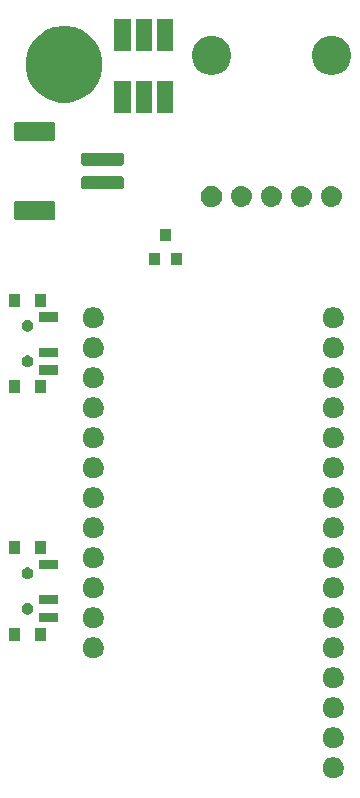
<source format=gbr>
G04 #@! TF.GenerationSoftware,KiCad,Pcbnew,(5.1.0-0)*
G04 #@! TF.CreationDate,2019-06-12T16:48:35+08:00*
G04 #@! TF.ProjectId,Palm,50616c6d-2e6b-4696-9361-645f70636258,V1.0*
G04 #@! TF.SameCoordinates,Original*
G04 #@! TF.FileFunction,Soldermask,Top*
G04 #@! TF.FilePolarity,Negative*
%FSLAX46Y46*%
G04 Gerber Fmt 4.6, Leading zero omitted, Abs format (unit mm)*
G04 Created by KiCad (PCBNEW (5.1.0-0)) date 2019-06-12 16:48:35*
%MOMM*%
%LPD*%
G04 APERTURE LIST*
%ADD10C,0.100000*%
G04 APERTURE END LIST*
D10*
G36*
X157745912Y-114407227D02*
G01*
X157895212Y-114436924D01*
X158059184Y-114504844D01*
X158206754Y-114603447D01*
X158332253Y-114728946D01*
X158430856Y-114876516D01*
X158498776Y-115040488D01*
X158533400Y-115214559D01*
X158533400Y-115392041D01*
X158498776Y-115566112D01*
X158430856Y-115730084D01*
X158332253Y-115877654D01*
X158206754Y-116003153D01*
X158059184Y-116101756D01*
X157895212Y-116169676D01*
X157745912Y-116199373D01*
X157721142Y-116204300D01*
X157543658Y-116204300D01*
X157518888Y-116199373D01*
X157369588Y-116169676D01*
X157205616Y-116101756D01*
X157058046Y-116003153D01*
X156932547Y-115877654D01*
X156833944Y-115730084D01*
X156766024Y-115566112D01*
X156731400Y-115392041D01*
X156731400Y-115214559D01*
X156766024Y-115040488D01*
X156833944Y-114876516D01*
X156932547Y-114728946D01*
X157058046Y-114603447D01*
X157205616Y-114504844D01*
X157369588Y-114436924D01*
X157518888Y-114407227D01*
X157543658Y-114402300D01*
X157721142Y-114402300D01*
X157745912Y-114407227D01*
X157745912Y-114407227D01*
G37*
G36*
X157745912Y-111867227D02*
G01*
X157895212Y-111896924D01*
X158059184Y-111964844D01*
X158206754Y-112063447D01*
X158332253Y-112188946D01*
X158430856Y-112336516D01*
X158498776Y-112500488D01*
X158533400Y-112674559D01*
X158533400Y-112852041D01*
X158498776Y-113026112D01*
X158430856Y-113190084D01*
X158332253Y-113337654D01*
X158206754Y-113463153D01*
X158059184Y-113561756D01*
X157895212Y-113629676D01*
X157745912Y-113659373D01*
X157721142Y-113664300D01*
X157543658Y-113664300D01*
X157518888Y-113659373D01*
X157369588Y-113629676D01*
X157205616Y-113561756D01*
X157058046Y-113463153D01*
X156932547Y-113337654D01*
X156833944Y-113190084D01*
X156766024Y-113026112D01*
X156731400Y-112852041D01*
X156731400Y-112674559D01*
X156766024Y-112500488D01*
X156833944Y-112336516D01*
X156932547Y-112188946D01*
X157058046Y-112063447D01*
X157205616Y-111964844D01*
X157369588Y-111896924D01*
X157518888Y-111867227D01*
X157543658Y-111862300D01*
X157721142Y-111862300D01*
X157745912Y-111867227D01*
X157745912Y-111867227D01*
G37*
G36*
X157745912Y-109327227D02*
G01*
X157895212Y-109356924D01*
X158059184Y-109424844D01*
X158206754Y-109523447D01*
X158332253Y-109648946D01*
X158430856Y-109796516D01*
X158498776Y-109960488D01*
X158533400Y-110134559D01*
X158533400Y-110312041D01*
X158498776Y-110486112D01*
X158430856Y-110650084D01*
X158332253Y-110797654D01*
X158206754Y-110923153D01*
X158059184Y-111021756D01*
X157895212Y-111089676D01*
X157745912Y-111119373D01*
X157721142Y-111124300D01*
X157543658Y-111124300D01*
X157518888Y-111119373D01*
X157369588Y-111089676D01*
X157205616Y-111021756D01*
X157058046Y-110923153D01*
X156932547Y-110797654D01*
X156833944Y-110650084D01*
X156766024Y-110486112D01*
X156731400Y-110312041D01*
X156731400Y-110134559D01*
X156766024Y-109960488D01*
X156833944Y-109796516D01*
X156932547Y-109648946D01*
X157058046Y-109523447D01*
X157205616Y-109424844D01*
X157369588Y-109356924D01*
X157518888Y-109327227D01*
X157543658Y-109322300D01*
X157721142Y-109322300D01*
X157745912Y-109327227D01*
X157745912Y-109327227D01*
G37*
G36*
X157745912Y-106787227D02*
G01*
X157895212Y-106816924D01*
X158059184Y-106884844D01*
X158206754Y-106983447D01*
X158332253Y-107108946D01*
X158430856Y-107256516D01*
X158498776Y-107420488D01*
X158533400Y-107594559D01*
X158533400Y-107772041D01*
X158498776Y-107946112D01*
X158430856Y-108110084D01*
X158332253Y-108257654D01*
X158206754Y-108383153D01*
X158059184Y-108481756D01*
X157895212Y-108549676D01*
X157745912Y-108579373D01*
X157721142Y-108584300D01*
X157543658Y-108584300D01*
X157518888Y-108579373D01*
X157369588Y-108549676D01*
X157205616Y-108481756D01*
X157058046Y-108383153D01*
X156932547Y-108257654D01*
X156833944Y-108110084D01*
X156766024Y-107946112D01*
X156731400Y-107772041D01*
X156731400Y-107594559D01*
X156766024Y-107420488D01*
X156833944Y-107256516D01*
X156932547Y-107108946D01*
X157058046Y-106983447D01*
X157205616Y-106884844D01*
X157369588Y-106816924D01*
X157518888Y-106787227D01*
X157543658Y-106782300D01*
X157721142Y-106782300D01*
X157745912Y-106787227D01*
X157745912Y-106787227D01*
G37*
G36*
X157745912Y-104247227D02*
G01*
X157895212Y-104276924D01*
X158059184Y-104344844D01*
X158206754Y-104443447D01*
X158332253Y-104568946D01*
X158430856Y-104716516D01*
X158498776Y-104880488D01*
X158533400Y-105054559D01*
X158533400Y-105232041D01*
X158498776Y-105406112D01*
X158430856Y-105570084D01*
X158332253Y-105717654D01*
X158206754Y-105843153D01*
X158059184Y-105941756D01*
X157895212Y-106009676D01*
X157745912Y-106039373D01*
X157721142Y-106044300D01*
X157543658Y-106044300D01*
X157518888Y-106039373D01*
X157369588Y-106009676D01*
X157205616Y-105941756D01*
X157058046Y-105843153D01*
X156932547Y-105717654D01*
X156833944Y-105570084D01*
X156766024Y-105406112D01*
X156731400Y-105232041D01*
X156731400Y-105054559D01*
X156766024Y-104880488D01*
X156833944Y-104716516D01*
X156932547Y-104568946D01*
X157058046Y-104443447D01*
X157205616Y-104344844D01*
X157369588Y-104276924D01*
X157518888Y-104247227D01*
X157543658Y-104242300D01*
X157721142Y-104242300D01*
X157745912Y-104247227D01*
X157745912Y-104247227D01*
G37*
G36*
X137425912Y-104247227D02*
G01*
X137575212Y-104276924D01*
X137739184Y-104344844D01*
X137886754Y-104443447D01*
X138012253Y-104568946D01*
X138110856Y-104716516D01*
X138178776Y-104880488D01*
X138213400Y-105054559D01*
X138213400Y-105232041D01*
X138178776Y-105406112D01*
X138110856Y-105570084D01*
X138012253Y-105717654D01*
X137886754Y-105843153D01*
X137739184Y-105941756D01*
X137575212Y-106009676D01*
X137425912Y-106039373D01*
X137401142Y-106044300D01*
X137223658Y-106044300D01*
X137198888Y-106039373D01*
X137049588Y-106009676D01*
X136885616Y-105941756D01*
X136738046Y-105843153D01*
X136612547Y-105717654D01*
X136513944Y-105570084D01*
X136446024Y-105406112D01*
X136411400Y-105232041D01*
X136411400Y-105054559D01*
X136446024Y-104880488D01*
X136513944Y-104716516D01*
X136612547Y-104568946D01*
X136738046Y-104443447D01*
X136885616Y-104344844D01*
X137049588Y-104276924D01*
X137198888Y-104247227D01*
X137223658Y-104242300D01*
X137401142Y-104242300D01*
X137425912Y-104247227D01*
X137425912Y-104247227D01*
G37*
G36*
X133311000Y-104531000D02*
G01*
X132409000Y-104531000D01*
X132409000Y-103429000D01*
X133311000Y-103429000D01*
X133311000Y-104531000D01*
X133311000Y-104531000D01*
G37*
G36*
X131101000Y-104531000D02*
G01*
X130199000Y-104531000D01*
X130199000Y-103429000D01*
X131101000Y-103429000D01*
X131101000Y-104531000D01*
X131101000Y-104531000D01*
G37*
G36*
X157745912Y-101707227D02*
G01*
X157895212Y-101736924D01*
X158059184Y-101804844D01*
X158206754Y-101903447D01*
X158332253Y-102028946D01*
X158430856Y-102176516D01*
X158498776Y-102340488D01*
X158533400Y-102514559D01*
X158533400Y-102692041D01*
X158498776Y-102866112D01*
X158430856Y-103030084D01*
X158332253Y-103177654D01*
X158206754Y-103303153D01*
X158059184Y-103401756D01*
X157895212Y-103469676D01*
X157745912Y-103499373D01*
X157721142Y-103504300D01*
X157543658Y-103504300D01*
X157518888Y-103499373D01*
X157369588Y-103469676D01*
X157205616Y-103401756D01*
X157058046Y-103303153D01*
X156932547Y-103177654D01*
X156833944Y-103030084D01*
X156766024Y-102866112D01*
X156731400Y-102692041D01*
X156731400Y-102514559D01*
X156766024Y-102340488D01*
X156833944Y-102176516D01*
X156932547Y-102028946D01*
X157058046Y-101903447D01*
X157205616Y-101804844D01*
X157369588Y-101736924D01*
X157518888Y-101707227D01*
X157543658Y-101702300D01*
X157721142Y-101702300D01*
X157745912Y-101707227D01*
X157745912Y-101707227D01*
G37*
G36*
X137425912Y-101707227D02*
G01*
X137575212Y-101736924D01*
X137739184Y-101804844D01*
X137886754Y-101903447D01*
X138012253Y-102028946D01*
X138110856Y-102176516D01*
X138178776Y-102340488D01*
X138213400Y-102514559D01*
X138213400Y-102692041D01*
X138178776Y-102866112D01*
X138110856Y-103030084D01*
X138012253Y-103177654D01*
X137886754Y-103303153D01*
X137739184Y-103401756D01*
X137575212Y-103469676D01*
X137425912Y-103499373D01*
X137401142Y-103504300D01*
X137223658Y-103504300D01*
X137198888Y-103499373D01*
X137049588Y-103469676D01*
X136885616Y-103401756D01*
X136738046Y-103303153D01*
X136612547Y-103177654D01*
X136513944Y-103030084D01*
X136446024Y-102866112D01*
X136411400Y-102692041D01*
X136411400Y-102514559D01*
X136446024Y-102340488D01*
X136513944Y-102176516D01*
X136612547Y-102028946D01*
X136738046Y-101903447D01*
X136885616Y-101804844D01*
X137049588Y-101736924D01*
X137198888Y-101707227D01*
X137223658Y-101702300D01*
X137401142Y-101702300D01*
X137425912Y-101707227D01*
X137425912Y-101707227D01*
G37*
G36*
X134311000Y-102981000D02*
G01*
X132709000Y-102981000D01*
X132709000Y-102179000D01*
X134311000Y-102179000D01*
X134311000Y-102981000D01*
X134311000Y-102981000D01*
G37*
G36*
X131847740Y-101338626D02*
G01*
X131896136Y-101348253D01*
X131933902Y-101363896D01*
X131987311Y-101386019D01*
X131987312Y-101386020D01*
X132069369Y-101440848D01*
X132139152Y-101510631D01*
X132139153Y-101510633D01*
X132193981Y-101592689D01*
X132231747Y-101683865D01*
X132251000Y-101780655D01*
X132251000Y-101879345D01*
X132231747Y-101976135D01*
X132193981Y-102067311D01*
X132193980Y-102067312D01*
X132139152Y-102149369D01*
X132069369Y-102219152D01*
X132028062Y-102246752D01*
X131987311Y-102273981D01*
X131933902Y-102296104D01*
X131896136Y-102311747D01*
X131847740Y-102321373D01*
X131799345Y-102331000D01*
X131700655Y-102331000D01*
X131652260Y-102321374D01*
X131603864Y-102311747D01*
X131566098Y-102296104D01*
X131512689Y-102273981D01*
X131471938Y-102246752D01*
X131430631Y-102219152D01*
X131360848Y-102149369D01*
X131306020Y-102067312D01*
X131306019Y-102067311D01*
X131268253Y-101976135D01*
X131249000Y-101879345D01*
X131249000Y-101780655D01*
X131268253Y-101683865D01*
X131306019Y-101592689D01*
X131360847Y-101510633D01*
X131360848Y-101510631D01*
X131430631Y-101440848D01*
X131512688Y-101386020D01*
X131512689Y-101386019D01*
X131566098Y-101363896D01*
X131603864Y-101348253D01*
X131652260Y-101338627D01*
X131700655Y-101329000D01*
X131799345Y-101329000D01*
X131847740Y-101338626D01*
X131847740Y-101338626D01*
G37*
G36*
X134311000Y-101481000D02*
G01*
X132709000Y-101481000D01*
X132709000Y-100679000D01*
X134311000Y-100679000D01*
X134311000Y-101481000D01*
X134311000Y-101481000D01*
G37*
G36*
X157745912Y-99167227D02*
G01*
X157895212Y-99196924D01*
X158059184Y-99264844D01*
X158206754Y-99363447D01*
X158332253Y-99488946D01*
X158430856Y-99636516D01*
X158498776Y-99800488D01*
X158533400Y-99974559D01*
X158533400Y-100152041D01*
X158498776Y-100326112D01*
X158430856Y-100490084D01*
X158332253Y-100637654D01*
X158206754Y-100763153D01*
X158059184Y-100861756D01*
X157895212Y-100929676D01*
X157745912Y-100959373D01*
X157721142Y-100964300D01*
X157543658Y-100964300D01*
X157518888Y-100959373D01*
X157369588Y-100929676D01*
X157205616Y-100861756D01*
X157058046Y-100763153D01*
X156932547Y-100637654D01*
X156833944Y-100490084D01*
X156766024Y-100326112D01*
X156731400Y-100152041D01*
X156731400Y-99974559D01*
X156766024Y-99800488D01*
X156833944Y-99636516D01*
X156932547Y-99488946D01*
X157058046Y-99363447D01*
X157205616Y-99264844D01*
X157369588Y-99196924D01*
X157518888Y-99167227D01*
X157543658Y-99162300D01*
X157721142Y-99162300D01*
X157745912Y-99167227D01*
X157745912Y-99167227D01*
G37*
G36*
X137425912Y-99167227D02*
G01*
X137575212Y-99196924D01*
X137739184Y-99264844D01*
X137886754Y-99363447D01*
X138012253Y-99488946D01*
X138110856Y-99636516D01*
X138178776Y-99800488D01*
X138213400Y-99974559D01*
X138213400Y-100152041D01*
X138178776Y-100326112D01*
X138110856Y-100490084D01*
X138012253Y-100637654D01*
X137886754Y-100763153D01*
X137739184Y-100861756D01*
X137575212Y-100929676D01*
X137425912Y-100959373D01*
X137401142Y-100964300D01*
X137223658Y-100964300D01*
X137198888Y-100959373D01*
X137049588Y-100929676D01*
X136885616Y-100861756D01*
X136738046Y-100763153D01*
X136612547Y-100637654D01*
X136513944Y-100490084D01*
X136446024Y-100326112D01*
X136411400Y-100152041D01*
X136411400Y-99974559D01*
X136446024Y-99800488D01*
X136513944Y-99636516D01*
X136612547Y-99488946D01*
X136738046Y-99363447D01*
X136885616Y-99264844D01*
X137049588Y-99196924D01*
X137198888Y-99167227D01*
X137223658Y-99162300D01*
X137401142Y-99162300D01*
X137425912Y-99167227D01*
X137425912Y-99167227D01*
G37*
G36*
X131847740Y-98338626D02*
G01*
X131896136Y-98348253D01*
X131933902Y-98363896D01*
X131987311Y-98386019D01*
X131992784Y-98389676D01*
X132069369Y-98440848D01*
X132139152Y-98510631D01*
X132139153Y-98510633D01*
X132193981Y-98592689D01*
X132231747Y-98683865D01*
X132251000Y-98780655D01*
X132251000Y-98879345D01*
X132231747Y-98976135D01*
X132193981Y-99067311D01*
X132193980Y-99067312D01*
X132139152Y-99149369D01*
X132069369Y-99219152D01*
X132028062Y-99246752D01*
X131987311Y-99273981D01*
X131933902Y-99296104D01*
X131896136Y-99311747D01*
X131847740Y-99321373D01*
X131799345Y-99331000D01*
X131700655Y-99331000D01*
X131652260Y-99321373D01*
X131603864Y-99311747D01*
X131566098Y-99296104D01*
X131512689Y-99273981D01*
X131471938Y-99246752D01*
X131430631Y-99219152D01*
X131360848Y-99149369D01*
X131306020Y-99067312D01*
X131306019Y-99067311D01*
X131268253Y-98976135D01*
X131249000Y-98879345D01*
X131249000Y-98780655D01*
X131268253Y-98683865D01*
X131306019Y-98592689D01*
X131360847Y-98510633D01*
X131360848Y-98510631D01*
X131430631Y-98440848D01*
X131507216Y-98389676D01*
X131512689Y-98386019D01*
X131566098Y-98363896D01*
X131603864Y-98348253D01*
X131652260Y-98338627D01*
X131700655Y-98329000D01*
X131799345Y-98329000D01*
X131847740Y-98338626D01*
X131847740Y-98338626D01*
G37*
G36*
X134311000Y-98481000D02*
G01*
X132709000Y-98481000D01*
X132709000Y-97679000D01*
X134311000Y-97679000D01*
X134311000Y-98481000D01*
X134311000Y-98481000D01*
G37*
G36*
X157745912Y-96627227D02*
G01*
X157895212Y-96656924D01*
X158059184Y-96724844D01*
X158206754Y-96823447D01*
X158332253Y-96948946D01*
X158430856Y-97096516D01*
X158498776Y-97260488D01*
X158533400Y-97434559D01*
X158533400Y-97612041D01*
X158498776Y-97786112D01*
X158430856Y-97950084D01*
X158332253Y-98097654D01*
X158206754Y-98223153D01*
X158059184Y-98321756D01*
X157895212Y-98389676D01*
X157745912Y-98419373D01*
X157721142Y-98424300D01*
X157543658Y-98424300D01*
X157518888Y-98419373D01*
X157369588Y-98389676D01*
X157205616Y-98321756D01*
X157058046Y-98223153D01*
X156932547Y-98097654D01*
X156833944Y-97950084D01*
X156766024Y-97786112D01*
X156731400Y-97612041D01*
X156731400Y-97434559D01*
X156766024Y-97260488D01*
X156833944Y-97096516D01*
X156932547Y-96948946D01*
X157058046Y-96823447D01*
X157205616Y-96724844D01*
X157369588Y-96656924D01*
X157518888Y-96627227D01*
X157543658Y-96622300D01*
X157721142Y-96622300D01*
X157745912Y-96627227D01*
X157745912Y-96627227D01*
G37*
G36*
X137425912Y-96627227D02*
G01*
X137575212Y-96656924D01*
X137739184Y-96724844D01*
X137886754Y-96823447D01*
X138012253Y-96948946D01*
X138110856Y-97096516D01*
X138178776Y-97260488D01*
X138213400Y-97434559D01*
X138213400Y-97612041D01*
X138178776Y-97786112D01*
X138110856Y-97950084D01*
X138012253Y-98097654D01*
X137886754Y-98223153D01*
X137739184Y-98321756D01*
X137575212Y-98389676D01*
X137425912Y-98419373D01*
X137401142Y-98424300D01*
X137223658Y-98424300D01*
X137198888Y-98419373D01*
X137049588Y-98389676D01*
X136885616Y-98321756D01*
X136738046Y-98223153D01*
X136612547Y-98097654D01*
X136513944Y-97950084D01*
X136446024Y-97786112D01*
X136411400Y-97612041D01*
X136411400Y-97434559D01*
X136446024Y-97260488D01*
X136513944Y-97096516D01*
X136612547Y-96948946D01*
X136738046Y-96823447D01*
X136885616Y-96724844D01*
X137049588Y-96656924D01*
X137198888Y-96627227D01*
X137223658Y-96622300D01*
X137401142Y-96622300D01*
X137425912Y-96627227D01*
X137425912Y-96627227D01*
G37*
G36*
X133311000Y-97231000D02*
G01*
X132409000Y-97231000D01*
X132409000Y-96129000D01*
X133311000Y-96129000D01*
X133311000Y-97231000D01*
X133311000Y-97231000D01*
G37*
G36*
X131101000Y-97231000D02*
G01*
X130199000Y-97231000D01*
X130199000Y-96129000D01*
X131101000Y-96129000D01*
X131101000Y-97231000D01*
X131101000Y-97231000D01*
G37*
G36*
X157745912Y-94087227D02*
G01*
X157895212Y-94116924D01*
X158059184Y-94184844D01*
X158206754Y-94283447D01*
X158332253Y-94408946D01*
X158430856Y-94556516D01*
X158498776Y-94720488D01*
X158533400Y-94894559D01*
X158533400Y-95072041D01*
X158498776Y-95246112D01*
X158430856Y-95410084D01*
X158332253Y-95557654D01*
X158206754Y-95683153D01*
X158059184Y-95781756D01*
X157895212Y-95849676D01*
X157745912Y-95879373D01*
X157721142Y-95884300D01*
X157543658Y-95884300D01*
X157518888Y-95879373D01*
X157369588Y-95849676D01*
X157205616Y-95781756D01*
X157058046Y-95683153D01*
X156932547Y-95557654D01*
X156833944Y-95410084D01*
X156766024Y-95246112D01*
X156731400Y-95072041D01*
X156731400Y-94894559D01*
X156766024Y-94720488D01*
X156833944Y-94556516D01*
X156932547Y-94408946D01*
X157058046Y-94283447D01*
X157205616Y-94184844D01*
X157369588Y-94116924D01*
X157518888Y-94087227D01*
X157543658Y-94082300D01*
X157721142Y-94082300D01*
X157745912Y-94087227D01*
X157745912Y-94087227D01*
G37*
G36*
X137425912Y-94087227D02*
G01*
X137575212Y-94116924D01*
X137739184Y-94184844D01*
X137886754Y-94283447D01*
X138012253Y-94408946D01*
X138110856Y-94556516D01*
X138178776Y-94720488D01*
X138213400Y-94894559D01*
X138213400Y-95072041D01*
X138178776Y-95246112D01*
X138110856Y-95410084D01*
X138012253Y-95557654D01*
X137886754Y-95683153D01*
X137739184Y-95781756D01*
X137575212Y-95849676D01*
X137425912Y-95879373D01*
X137401142Y-95884300D01*
X137223658Y-95884300D01*
X137198888Y-95879373D01*
X137049588Y-95849676D01*
X136885616Y-95781756D01*
X136738046Y-95683153D01*
X136612547Y-95557654D01*
X136513944Y-95410084D01*
X136446024Y-95246112D01*
X136411400Y-95072041D01*
X136411400Y-94894559D01*
X136446024Y-94720488D01*
X136513944Y-94556516D01*
X136612547Y-94408946D01*
X136738046Y-94283447D01*
X136885616Y-94184844D01*
X137049588Y-94116924D01*
X137198888Y-94087227D01*
X137223658Y-94082300D01*
X137401142Y-94082300D01*
X137425912Y-94087227D01*
X137425912Y-94087227D01*
G37*
G36*
X137425912Y-91547227D02*
G01*
X137575212Y-91576924D01*
X137739184Y-91644844D01*
X137886754Y-91743447D01*
X138012253Y-91868946D01*
X138110856Y-92016516D01*
X138178776Y-92180488D01*
X138213400Y-92354559D01*
X138213400Y-92532041D01*
X138178776Y-92706112D01*
X138110856Y-92870084D01*
X138012253Y-93017654D01*
X137886754Y-93143153D01*
X137739184Y-93241756D01*
X137575212Y-93309676D01*
X137425912Y-93339373D01*
X137401142Y-93344300D01*
X137223658Y-93344300D01*
X137198888Y-93339373D01*
X137049588Y-93309676D01*
X136885616Y-93241756D01*
X136738046Y-93143153D01*
X136612547Y-93017654D01*
X136513944Y-92870084D01*
X136446024Y-92706112D01*
X136411400Y-92532041D01*
X136411400Y-92354559D01*
X136446024Y-92180488D01*
X136513944Y-92016516D01*
X136612547Y-91868946D01*
X136738046Y-91743447D01*
X136885616Y-91644844D01*
X137049588Y-91576924D01*
X137198888Y-91547227D01*
X137223658Y-91542300D01*
X137401142Y-91542300D01*
X137425912Y-91547227D01*
X137425912Y-91547227D01*
G37*
G36*
X157745912Y-91547227D02*
G01*
X157895212Y-91576924D01*
X158059184Y-91644844D01*
X158206754Y-91743447D01*
X158332253Y-91868946D01*
X158430856Y-92016516D01*
X158498776Y-92180488D01*
X158533400Y-92354559D01*
X158533400Y-92532041D01*
X158498776Y-92706112D01*
X158430856Y-92870084D01*
X158332253Y-93017654D01*
X158206754Y-93143153D01*
X158059184Y-93241756D01*
X157895212Y-93309676D01*
X157745912Y-93339373D01*
X157721142Y-93344300D01*
X157543658Y-93344300D01*
X157518888Y-93339373D01*
X157369588Y-93309676D01*
X157205616Y-93241756D01*
X157058046Y-93143153D01*
X156932547Y-93017654D01*
X156833944Y-92870084D01*
X156766024Y-92706112D01*
X156731400Y-92532041D01*
X156731400Y-92354559D01*
X156766024Y-92180488D01*
X156833944Y-92016516D01*
X156932547Y-91868946D01*
X157058046Y-91743447D01*
X157205616Y-91644844D01*
X157369588Y-91576924D01*
X157518888Y-91547227D01*
X157543658Y-91542300D01*
X157721142Y-91542300D01*
X157745912Y-91547227D01*
X157745912Y-91547227D01*
G37*
G36*
X157745912Y-89007227D02*
G01*
X157895212Y-89036924D01*
X158059184Y-89104844D01*
X158206754Y-89203447D01*
X158332253Y-89328946D01*
X158430856Y-89476516D01*
X158498776Y-89640488D01*
X158533400Y-89814559D01*
X158533400Y-89992041D01*
X158498776Y-90166112D01*
X158430856Y-90330084D01*
X158332253Y-90477654D01*
X158206754Y-90603153D01*
X158059184Y-90701756D01*
X157895212Y-90769676D01*
X157745912Y-90799373D01*
X157721142Y-90804300D01*
X157543658Y-90804300D01*
X157518888Y-90799373D01*
X157369588Y-90769676D01*
X157205616Y-90701756D01*
X157058046Y-90603153D01*
X156932547Y-90477654D01*
X156833944Y-90330084D01*
X156766024Y-90166112D01*
X156731400Y-89992041D01*
X156731400Y-89814559D01*
X156766024Y-89640488D01*
X156833944Y-89476516D01*
X156932547Y-89328946D01*
X157058046Y-89203447D01*
X157205616Y-89104844D01*
X157369588Y-89036924D01*
X157518888Y-89007227D01*
X157543658Y-89002300D01*
X157721142Y-89002300D01*
X157745912Y-89007227D01*
X157745912Y-89007227D01*
G37*
G36*
X137425912Y-89007227D02*
G01*
X137575212Y-89036924D01*
X137739184Y-89104844D01*
X137886754Y-89203447D01*
X138012253Y-89328946D01*
X138110856Y-89476516D01*
X138178776Y-89640488D01*
X138213400Y-89814559D01*
X138213400Y-89992041D01*
X138178776Y-90166112D01*
X138110856Y-90330084D01*
X138012253Y-90477654D01*
X137886754Y-90603153D01*
X137739184Y-90701756D01*
X137575212Y-90769676D01*
X137425912Y-90799373D01*
X137401142Y-90804300D01*
X137223658Y-90804300D01*
X137198888Y-90799373D01*
X137049588Y-90769676D01*
X136885616Y-90701756D01*
X136738046Y-90603153D01*
X136612547Y-90477654D01*
X136513944Y-90330084D01*
X136446024Y-90166112D01*
X136411400Y-89992041D01*
X136411400Y-89814559D01*
X136446024Y-89640488D01*
X136513944Y-89476516D01*
X136612547Y-89328946D01*
X136738046Y-89203447D01*
X136885616Y-89104844D01*
X137049588Y-89036924D01*
X137198888Y-89007227D01*
X137223658Y-89002300D01*
X137401142Y-89002300D01*
X137425912Y-89007227D01*
X137425912Y-89007227D01*
G37*
G36*
X137425912Y-86467227D02*
G01*
X137575212Y-86496924D01*
X137739184Y-86564844D01*
X137886754Y-86663447D01*
X138012253Y-86788946D01*
X138110856Y-86936516D01*
X138178776Y-87100488D01*
X138213400Y-87274559D01*
X138213400Y-87452041D01*
X138178776Y-87626112D01*
X138110856Y-87790084D01*
X138012253Y-87937654D01*
X137886754Y-88063153D01*
X137739184Y-88161756D01*
X137575212Y-88229676D01*
X137425912Y-88259373D01*
X137401142Y-88264300D01*
X137223658Y-88264300D01*
X137198888Y-88259373D01*
X137049588Y-88229676D01*
X136885616Y-88161756D01*
X136738046Y-88063153D01*
X136612547Y-87937654D01*
X136513944Y-87790084D01*
X136446024Y-87626112D01*
X136411400Y-87452041D01*
X136411400Y-87274559D01*
X136446024Y-87100488D01*
X136513944Y-86936516D01*
X136612547Y-86788946D01*
X136738046Y-86663447D01*
X136885616Y-86564844D01*
X137049588Y-86496924D01*
X137198888Y-86467227D01*
X137223658Y-86462300D01*
X137401142Y-86462300D01*
X137425912Y-86467227D01*
X137425912Y-86467227D01*
G37*
G36*
X157745912Y-86467227D02*
G01*
X157895212Y-86496924D01*
X158059184Y-86564844D01*
X158206754Y-86663447D01*
X158332253Y-86788946D01*
X158430856Y-86936516D01*
X158498776Y-87100488D01*
X158533400Y-87274559D01*
X158533400Y-87452041D01*
X158498776Y-87626112D01*
X158430856Y-87790084D01*
X158332253Y-87937654D01*
X158206754Y-88063153D01*
X158059184Y-88161756D01*
X157895212Y-88229676D01*
X157745912Y-88259373D01*
X157721142Y-88264300D01*
X157543658Y-88264300D01*
X157518888Y-88259373D01*
X157369588Y-88229676D01*
X157205616Y-88161756D01*
X157058046Y-88063153D01*
X156932547Y-87937654D01*
X156833944Y-87790084D01*
X156766024Y-87626112D01*
X156731400Y-87452041D01*
X156731400Y-87274559D01*
X156766024Y-87100488D01*
X156833944Y-86936516D01*
X156932547Y-86788946D01*
X157058046Y-86663447D01*
X157205616Y-86564844D01*
X157369588Y-86496924D01*
X157518888Y-86467227D01*
X157543658Y-86462300D01*
X157721142Y-86462300D01*
X157745912Y-86467227D01*
X157745912Y-86467227D01*
G37*
G36*
X157745912Y-83927227D02*
G01*
X157895212Y-83956924D01*
X158059184Y-84024844D01*
X158206754Y-84123447D01*
X158332253Y-84248946D01*
X158430856Y-84396516D01*
X158498776Y-84560488D01*
X158533400Y-84734559D01*
X158533400Y-84912041D01*
X158498776Y-85086112D01*
X158430856Y-85250084D01*
X158332253Y-85397654D01*
X158206754Y-85523153D01*
X158059184Y-85621756D01*
X157895212Y-85689676D01*
X157745912Y-85719373D01*
X157721142Y-85724300D01*
X157543658Y-85724300D01*
X157518888Y-85719373D01*
X157369588Y-85689676D01*
X157205616Y-85621756D01*
X157058046Y-85523153D01*
X156932547Y-85397654D01*
X156833944Y-85250084D01*
X156766024Y-85086112D01*
X156731400Y-84912041D01*
X156731400Y-84734559D01*
X156766024Y-84560488D01*
X156833944Y-84396516D01*
X156932547Y-84248946D01*
X157058046Y-84123447D01*
X157205616Y-84024844D01*
X157369588Y-83956924D01*
X157518888Y-83927227D01*
X157543658Y-83922300D01*
X157721142Y-83922300D01*
X157745912Y-83927227D01*
X157745912Y-83927227D01*
G37*
G36*
X137425912Y-83927227D02*
G01*
X137575212Y-83956924D01*
X137739184Y-84024844D01*
X137886754Y-84123447D01*
X138012253Y-84248946D01*
X138110856Y-84396516D01*
X138178776Y-84560488D01*
X138213400Y-84734559D01*
X138213400Y-84912041D01*
X138178776Y-85086112D01*
X138110856Y-85250084D01*
X138012253Y-85397654D01*
X137886754Y-85523153D01*
X137739184Y-85621756D01*
X137575212Y-85689676D01*
X137425912Y-85719373D01*
X137401142Y-85724300D01*
X137223658Y-85724300D01*
X137198888Y-85719373D01*
X137049588Y-85689676D01*
X136885616Y-85621756D01*
X136738046Y-85523153D01*
X136612547Y-85397654D01*
X136513944Y-85250084D01*
X136446024Y-85086112D01*
X136411400Y-84912041D01*
X136411400Y-84734559D01*
X136446024Y-84560488D01*
X136513944Y-84396516D01*
X136612547Y-84248946D01*
X136738046Y-84123447D01*
X136885616Y-84024844D01*
X137049588Y-83956924D01*
X137198888Y-83927227D01*
X137223658Y-83922300D01*
X137401142Y-83922300D01*
X137425912Y-83927227D01*
X137425912Y-83927227D01*
G37*
G36*
X131101000Y-83576000D02*
G01*
X130199000Y-83576000D01*
X130199000Y-82474000D01*
X131101000Y-82474000D01*
X131101000Y-83576000D01*
X131101000Y-83576000D01*
G37*
G36*
X133311000Y-83576000D02*
G01*
X132409000Y-83576000D01*
X132409000Y-82474000D01*
X133311000Y-82474000D01*
X133311000Y-83576000D01*
X133311000Y-83576000D01*
G37*
G36*
X137425912Y-81387227D02*
G01*
X137575212Y-81416924D01*
X137739184Y-81484844D01*
X137886754Y-81583447D01*
X138012253Y-81708946D01*
X138110856Y-81856516D01*
X138178776Y-82020488D01*
X138213400Y-82194559D01*
X138213400Y-82372041D01*
X138178776Y-82546112D01*
X138110856Y-82710084D01*
X138012253Y-82857654D01*
X137886754Y-82983153D01*
X137739184Y-83081756D01*
X137575212Y-83149676D01*
X137425912Y-83179373D01*
X137401142Y-83184300D01*
X137223658Y-83184300D01*
X137198888Y-83179373D01*
X137049588Y-83149676D01*
X136885616Y-83081756D01*
X136738046Y-82983153D01*
X136612547Y-82857654D01*
X136513944Y-82710084D01*
X136446024Y-82546112D01*
X136411400Y-82372041D01*
X136411400Y-82194559D01*
X136446024Y-82020488D01*
X136513944Y-81856516D01*
X136612547Y-81708946D01*
X136738046Y-81583447D01*
X136885616Y-81484844D01*
X137049588Y-81416924D01*
X137198888Y-81387227D01*
X137223658Y-81382300D01*
X137401142Y-81382300D01*
X137425912Y-81387227D01*
X137425912Y-81387227D01*
G37*
G36*
X157745912Y-81387227D02*
G01*
X157895212Y-81416924D01*
X158059184Y-81484844D01*
X158206754Y-81583447D01*
X158332253Y-81708946D01*
X158430856Y-81856516D01*
X158498776Y-82020488D01*
X158533400Y-82194559D01*
X158533400Y-82372041D01*
X158498776Y-82546112D01*
X158430856Y-82710084D01*
X158332253Y-82857654D01*
X158206754Y-82983153D01*
X158059184Y-83081756D01*
X157895212Y-83149676D01*
X157745912Y-83179373D01*
X157721142Y-83184300D01*
X157543658Y-83184300D01*
X157518888Y-83179373D01*
X157369588Y-83149676D01*
X157205616Y-83081756D01*
X157058046Y-82983153D01*
X156932547Y-82857654D01*
X156833944Y-82710084D01*
X156766024Y-82546112D01*
X156731400Y-82372041D01*
X156731400Y-82194559D01*
X156766024Y-82020488D01*
X156833944Y-81856516D01*
X156932547Y-81708946D01*
X157058046Y-81583447D01*
X157205616Y-81484844D01*
X157369588Y-81416924D01*
X157518888Y-81387227D01*
X157543658Y-81382300D01*
X157721142Y-81382300D01*
X157745912Y-81387227D01*
X157745912Y-81387227D01*
G37*
G36*
X134311000Y-82026000D02*
G01*
X132709000Y-82026000D01*
X132709000Y-81224000D01*
X134311000Y-81224000D01*
X134311000Y-82026000D01*
X134311000Y-82026000D01*
G37*
G36*
X131847740Y-80383626D02*
G01*
X131896136Y-80393253D01*
X131933902Y-80408896D01*
X131987311Y-80431019D01*
X131987312Y-80431020D01*
X132069369Y-80485848D01*
X132139152Y-80555631D01*
X132139153Y-80555633D01*
X132193981Y-80637689D01*
X132231747Y-80728865D01*
X132251000Y-80825655D01*
X132251000Y-80924345D01*
X132231747Y-81021135D01*
X132193981Y-81112311D01*
X132193980Y-81112312D01*
X132139152Y-81194369D01*
X132069369Y-81264152D01*
X132028062Y-81291752D01*
X131987311Y-81318981D01*
X131933902Y-81341104D01*
X131896136Y-81356747D01*
X131847740Y-81366374D01*
X131799345Y-81376000D01*
X131700655Y-81376000D01*
X131652260Y-81366374D01*
X131603864Y-81356747D01*
X131566098Y-81341104D01*
X131512689Y-81318981D01*
X131471938Y-81291752D01*
X131430631Y-81264152D01*
X131360848Y-81194369D01*
X131306020Y-81112312D01*
X131306019Y-81112311D01*
X131268253Y-81021135D01*
X131249000Y-80924345D01*
X131249000Y-80825655D01*
X131268253Y-80728865D01*
X131306019Y-80637689D01*
X131360847Y-80555633D01*
X131360848Y-80555631D01*
X131430631Y-80485848D01*
X131512688Y-80431020D01*
X131512689Y-80431019D01*
X131566098Y-80408896D01*
X131603864Y-80393253D01*
X131652260Y-80383626D01*
X131700655Y-80374000D01*
X131799345Y-80374000D01*
X131847740Y-80383626D01*
X131847740Y-80383626D01*
G37*
G36*
X157745912Y-78847227D02*
G01*
X157895212Y-78876924D01*
X158059184Y-78944844D01*
X158206754Y-79043447D01*
X158332253Y-79168946D01*
X158430856Y-79316516D01*
X158498776Y-79480488D01*
X158533400Y-79654559D01*
X158533400Y-79832041D01*
X158498776Y-80006112D01*
X158430856Y-80170084D01*
X158332253Y-80317654D01*
X158206754Y-80443153D01*
X158059184Y-80541756D01*
X157895212Y-80609676D01*
X157745912Y-80639373D01*
X157721142Y-80644300D01*
X157543658Y-80644300D01*
X157518888Y-80639373D01*
X157369588Y-80609676D01*
X157205616Y-80541756D01*
X157058046Y-80443153D01*
X156932547Y-80317654D01*
X156833944Y-80170084D01*
X156766024Y-80006112D01*
X156731400Y-79832041D01*
X156731400Y-79654559D01*
X156766024Y-79480488D01*
X156833944Y-79316516D01*
X156932547Y-79168946D01*
X157058046Y-79043447D01*
X157205616Y-78944844D01*
X157369588Y-78876924D01*
X157518888Y-78847227D01*
X157543658Y-78842300D01*
X157721142Y-78842300D01*
X157745912Y-78847227D01*
X157745912Y-78847227D01*
G37*
G36*
X137425912Y-78847227D02*
G01*
X137575212Y-78876924D01*
X137739184Y-78944844D01*
X137886754Y-79043447D01*
X138012253Y-79168946D01*
X138110856Y-79316516D01*
X138178776Y-79480488D01*
X138213400Y-79654559D01*
X138213400Y-79832041D01*
X138178776Y-80006112D01*
X138110856Y-80170084D01*
X138012253Y-80317654D01*
X137886754Y-80443153D01*
X137739184Y-80541756D01*
X137575212Y-80609676D01*
X137425912Y-80639373D01*
X137401142Y-80644300D01*
X137223658Y-80644300D01*
X137198888Y-80639373D01*
X137049588Y-80609676D01*
X136885616Y-80541756D01*
X136738046Y-80443153D01*
X136612547Y-80317654D01*
X136513944Y-80170084D01*
X136446024Y-80006112D01*
X136411400Y-79832041D01*
X136411400Y-79654559D01*
X136446024Y-79480488D01*
X136513944Y-79316516D01*
X136612547Y-79168946D01*
X136738046Y-79043447D01*
X136885616Y-78944844D01*
X137049588Y-78876924D01*
X137198888Y-78847227D01*
X137223658Y-78842300D01*
X137401142Y-78842300D01*
X137425912Y-78847227D01*
X137425912Y-78847227D01*
G37*
G36*
X134311000Y-80526000D02*
G01*
X132709000Y-80526000D01*
X132709000Y-79724000D01*
X134311000Y-79724000D01*
X134311000Y-80526000D01*
X134311000Y-80526000D01*
G37*
G36*
X131847740Y-77383626D02*
G01*
X131896136Y-77393253D01*
X131933902Y-77408896D01*
X131987311Y-77431019D01*
X131987312Y-77431020D01*
X132069369Y-77485848D01*
X132139152Y-77555631D01*
X132139153Y-77555633D01*
X132193981Y-77637689D01*
X132231747Y-77728865D01*
X132251000Y-77825655D01*
X132251000Y-77924345D01*
X132231747Y-78021135D01*
X132193981Y-78112311D01*
X132193980Y-78112312D01*
X132139152Y-78194369D01*
X132069369Y-78264152D01*
X132028062Y-78291752D01*
X131987311Y-78318981D01*
X131933902Y-78341104D01*
X131896136Y-78356747D01*
X131847740Y-78366374D01*
X131799345Y-78376000D01*
X131700655Y-78376000D01*
X131652260Y-78366374D01*
X131603864Y-78356747D01*
X131566098Y-78341104D01*
X131512689Y-78318981D01*
X131471938Y-78291752D01*
X131430631Y-78264152D01*
X131360848Y-78194369D01*
X131306020Y-78112312D01*
X131306019Y-78112311D01*
X131268253Y-78021135D01*
X131249000Y-77924345D01*
X131249000Y-77825655D01*
X131268253Y-77728865D01*
X131306019Y-77637689D01*
X131360847Y-77555633D01*
X131360848Y-77555631D01*
X131430631Y-77485848D01*
X131512688Y-77431020D01*
X131512689Y-77431019D01*
X131566098Y-77408896D01*
X131603864Y-77393253D01*
X131652260Y-77383626D01*
X131700655Y-77374000D01*
X131799345Y-77374000D01*
X131847740Y-77383626D01*
X131847740Y-77383626D01*
G37*
G36*
X157745912Y-76307227D02*
G01*
X157895212Y-76336924D01*
X158059184Y-76404844D01*
X158206754Y-76503447D01*
X158332253Y-76628946D01*
X158430856Y-76776516D01*
X158498776Y-76940488D01*
X158533400Y-77114559D01*
X158533400Y-77292041D01*
X158498776Y-77466112D01*
X158430856Y-77630084D01*
X158332253Y-77777654D01*
X158206754Y-77903153D01*
X158059184Y-78001756D01*
X157895212Y-78069676D01*
X157745912Y-78099373D01*
X157721142Y-78104300D01*
X157543658Y-78104300D01*
X157518888Y-78099373D01*
X157369588Y-78069676D01*
X157205616Y-78001756D01*
X157058046Y-77903153D01*
X156932547Y-77777654D01*
X156833944Y-77630084D01*
X156766024Y-77466112D01*
X156731400Y-77292041D01*
X156731400Y-77114559D01*
X156766024Y-76940488D01*
X156833944Y-76776516D01*
X156932547Y-76628946D01*
X157058046Y-76503447D01*
X157205616Y-76404844D01*
X157369588Y-76336924D01*
X157518888Y-76307227D01*
X157543658Y-76302300D01*
X157721142Y-76302300D01*
X157745912Y-76307227D01*
X157745912Y-76307227D01*
G37*
G36*
X137425912Y-76307227D02*
G01*
X137575212Y-76336924D01*
X137739184Y-76404844D01*
X137886754Y-76503447D01*
X138012253Y-76628946D01*
X138110856Y-76776516D01*
X138178776Y-76940488D01*
X138213400Y-77114559D01*
X138213400Y-77292041D01*
X138178776Y-77466112D01*
X138110856Y-77630084D01*
X138012253Y-77777654D01*
X137886754Y-77903153D01*
X137739184Y-78001756D01*
X137575212Y-78069676D01*
X137425912Y-78099373D01*
X137401142Y-78104300D01*
X137223658Y-78104300D01*
X137198888Y-78099373D01*
X137049588Y-78069676D01*
X136885616Y-78001756D01*
X136738046Y-77903153D01*
X136612547Y-77777654D01*
X136513944Y-77630084D01*
X136446024Y-77466112D01*
X136411400Y-77292041D01*
X136411400Y-77114559D01*
X136446024Y-76940488D01*
X136513944Y-76776516D01*
X136612547Y-76628946D01*
X136738046Y-76503447D01*
X136885616Y-76404844D01*
X137049588Y-76336924D01*
X137198888Y-76307227D01*
X137223658Y-76302300D01*
X137401142Y-76302300D01*
X137425912Y-76307227D01*
X137425912Y-76307227D01*
G37*
G36*
X134311000Y-77526000D02*
G01*
X132709000Y-77526000D01*
X132709000Y-76724000D01*
X134311000Y-76724000D01*
X134311000Y-77526000D01*
X134311000Y-77526000D01*
G37*
G36*
X133311000Y-76276000D02*
G01*
X132409000Y-76276000D01*
X132409000Y-75174000D01*
X133311000Y-75174000D01*
X133311000Y-76276000D01*
X133311000Y-76276000D01*
G37*
G36*
X131101000Y-76276000D02*
G01*
X130199000Y-76276000D01*
X130199000Y-75174000D01*
X131101000Y-75174000D01*
X131101000Y-76276000D01*
X131101000Y-76276000D01*
G37*
G36*
X144829720Y-72717520D02*
G01*
X143927720Y-72717520D01*
X143927720Y-71715520D01*
X144829720Y-71715520D01*
X144829720Y-72717520D01*
X144829720Y-72717520D01*
G37*
G36*
X142929720Y-72717520D02*
G01*
X142027720Y-72717520D01*
X142027720Y-71715520D01*
X142929720Y-71715520D01*
X142929720Y-72717520D01*
X142929720Y-72717520D01*
G37*
G36*
X143879720Y-70717520D02*
G01*
X142977720Y-70717520D01*
X142977720Y-69715520D01*
X143879720Y-69715520D01*
X143879720Y-70717520D01*
X143879720Y-70717520D01*
G37*
G36*
X133958048Y-67323122D02*
G01*
X133992387Y-67333539D01*
X134024036Y-67350456D01*
X134051778Y-67373222D01*
X134074544Y-67400964D01*
X134091461Y-67432613D01*
X134101878Y-67466952D01*
X134106000Y-67508807D01*
X134106000Y-68731193D01*
X134101878Y-68773048D01*
X134091461Y-68807387D01*
X134074544Y-68839036D01*
X134051778Y-68866778D01*
X134024036Y-68889544D01*
X133992387Y-68906461D01*
X133958048Y-68916878D01*
X133916193Y-68921000D01*
X130793807Y-68921000D01*
X130751952Y-68916878D01*
X130717613Y-68906461D01*
X130685964Y-68889544D01*
X130658222Y-68866778D01*
X130635456Y-68839036D01*
X130618539Y-68807387D01*
X130608122Y-68773048D01*
X130604000Y-68731193D01*
X130604000Y-67508807D01*
X130608122Y-67466952D01*
X130618539Y-67432613D01*
X130635456Y-67400964D01*
X130658222Y-67373222D01*
X130685964Y-67350456D01*
X130717613Y-67333539D01*
X130751952Y-67323122D01*
X130793807Y-67319000D01*
X133916193Y-67319000D01*
X133958048Y-67323122D01*
X133958048Y-67323122D01*
G37*
G36*
X149970442Y-66034518D02*
G01*
X150036627Y-66041037D01*
X150206466Y-66092557D01*
X150362991Y-66176222D01*
X150378907Y-66189284D01*
X150500186Y-66288814D01*
X150583448Y-66390271D01*
X150612778Y-66426009D01*
X150696443Y-66582534D01*
X150747963Y-66752373D01*
X150765359Y-66929000D01*
X150747963Y-67105627D01*
X150696443Y-67275466D01*
X150612778Y-67431991D01*
X150608123Y-67437663D01*
X150500186Y-67569186D01*
X150427480Y-67628853D01*
X150362991Y-67681778D01*
X150206466Y-67765443D01*
X150036627Y-67816963D01*
X149970442Y-67823482D01*
X149904260Y-67830000D01*
X149815740Y-67830000D01*
X149749558Y-67823482D01*
X149683373Y-67816963D01*
X149513534Y-67765443D01*
X149357009Y-67681778D01*
X149292520Y-67628853D01*
X149219814Y-67569186D01*
X149111877Y-67437663D01*
X149107222Y-67431991D01*
X149023557Y-67275466D01*
X148972037Y-67105627D01*
X148954641Y-66929000D01*
X148972037Y-66752373D01*
X149023557Y-66582534D01*
X149107222Y-66426009D01*
X149136552Y-66390271D01*
X149219814Y-66288814D01*
X149341093Y-66189284D01*
X149357009Y-66176222D01*
X149513534Y-66092557D01*
X149683373Y-66041037D01*
X149749558Y-66034518D01*
X149815740Y-66028000D01*
X149904260Y-66028000D01*
X149970442Y-66034518D01*
X149970442Y-66034518D01*
G37*
G36*
X152510442Y-66034518D02*
G01*
X152576627Y-66041037D01*
X152746466Y-66092557D01*
X152902991Y-66176222D01*
X152918907Y-66189284D01*
X153040186Y-66288814D01*
X153123448Y-66390271D01*
X153152778Y-66426009D01*
X153236443Y-66582534D01*
X153287963Y-66752373D01*
X153305359Y-66929000D01*
X153287963Y-67105627D01*
X153236443Y-67275466D01*
X153152778Y-67431991D01*
X153148123Y-67437663D01*
X153040186Y-67569186D01*
X152967480Y-67628853D01*
X152902991Y-67681778D01*
X152746466Y-67765443D01*
X152576627Y-67816963D01*
X152510442Y-67823482D01*
X152444260Y-67830000D01*
X152355740Y-67830000D01*
X152289558Y-67823482D01*
X152223373Y-67816963D01*
X152053534Y-67765443D01*
X151897009Y-67681778D01*
X151832520Y-67628853D01*
X151759814Y-67569186D01*
X151651877Y-67437663D01*
X151647222Y-67431991D01*
X151563557Y-67275466D01*
X151512037Y-67105627D01*
X151494641Y-66929000D01*
X151512037Y-66752373D01*
X151563557Y-66582534D01*
X151647222Y-66426009D01*
X151676552Y-66390271D01*
X151759814Y-66288814D01*
X151881093Y-66189284D01*
X151897009Y-66176222D01*
X152053534Y-66092557D01*
X152223373Y-66041037D01*
X152289558Y-66034518D01*
X152355740Y-66028000D01*
X152444260Y-66028000D01*
X152510442Y-66034518D01*
X152510442Y-66034518D01*
G37*
G36*
X157590442Y-66034518D02*
G01*
X157656627Y-66041037D01*
X157826466Y-66092557D01*
X157982991Y-66176222D01*
X157998907Y-66189284D01*
X158120186Y-66288814D01*
X158203448Y-66390271D01*
X158232778Y-66426009D01*
X158316443Y-66582534D01*
X158367963Y-66752373D01*
X158385359Y-66929000D01*
X158367963Y-67105627D01*
X158316443Y-67275466D01*
X158232778Y-67431991D01*
X158228123Y-67437663D01*
X158120186Y-67569186D01*
X158047480Y-67628853D01*
X157982991Y-67681778D01*
X157826466Y-67765443D01*
X157656627Y-67816963D01*
X157590442Y-67823482D01*
X157524260Y-67830000D01*
X157435740Y-67830000D01*
X157369558Y-67823482D01*
X157303373Y-67816963D01*
X157133534Y-67765443D01*
X156977009Y-67681778D01*
X156912520Y-67628853D01*
X156839814Y-67569186D01*
X156731877Y-67437663D01*
X156727222Y-67431991D01*
X156643557Y-67275466D01*
X156592037Y-67105627D01*
X156574641Y-66929000D01*
X156592037Y-66752373D01*
X156643557Y-66582534D01*
X156727222Y-66426009D01*
X156756552Y-66390271D01*
X156839814Y-66288814D01*
X156961093Y-66189284D01*
X156977009Y-66176222D01*
X157133534Y-66092557D01*
X157303373Y-66041037D01*
X157369558Y-66034518D01*
X157435740Y-66028000D01*
X157524260Y-66028000D01*
X157590442Y-66034518D01*
X157590442Y-66034518D01*
G37*
G36*
X155050442Y-66034518D02*
G01*
X155116627Y-66041037D01*
X155286466Y-66092557D01*
X155442991Y-66176222D01*
X155458907Y-66189284D01*
X155580186Y-66288814D01*
X155663448Y-66390271D01*
X155692778Y-66426009D01*
X155776443Y-66582534D01*
X155827963Y-66752373D01*
X155845359Y-66929000D01*
X155827963Y-67105627D01*
X155776443Y-67275466D01*
X155692778Y-67431991D01*
X155688123Y-67437663D01*
X155580186Y-67569186D01*
X155507480Y-67628853D01*
X155442991Y-67681778D01*
X155286466Y-67765443D01*
X155116627Y-67816963D01*
X155050442Y-67823482D01*
X154984260Y-67830000D01*
X154895740Y-67830000D01*
X154829558Y-67823482D01*
X154763373Y-67816963D01*
X154593534Y-67765443D01*
X154437009Y-67681778D01*
X154372520Y-67628853D01*
X154299814Y-67569186D01*
X154191877Y-67437663D01*
X154187222Y-67431991D01*
X154103557Y-67275466D01*
X154052037Y-67105627D01*
X154034641Y-66929000D01*
X154052037Y-66752373D01*
X154103557Y-66582534D01*
X154187222Y-66426009D01*
X154216552Y-66390271D01*
X154299814Y-66288814D01*
X154421093Y-66189284D01*
X154437009Y-66176222D01*
X154593534Y-66092557D01*
X154763373Y-66041037D01*
X154829558Y-66034518D01*
X154895740Y-66028000D01*
X154984260Y-66028000D01*
X155050442Y-66034518D01*
X155050442Y-66034518D01*
G37*
G36*
X147433512Y-66032927D02*
G01*
X147582812Y-66062624D01*
X147746784Y-66130544D01*
X147894354Y-66229147D01*
X148019853Y-66354646D01*
X148118456Y-66502216D01*
X148186376Y-66666188D01*
X148221000Y-66840259D01*
X148221000Y-67017741D01*
X148186376Y-67191812D01*
X148118456Y-67355784D01*
X148019853Y-67503354D01*
X147894354Y-67628853D01*
X147746784Y-67727456D01*
X147582812Y-67795376D01*
X147433512Y-67825073D01*
X147408742Y-67830000D01*
X147231258Y-67830000D01*
X147206488Y-67825073D01*
X147057188Y-67795376D01*
X146893216Y-67727456D01*
X146745646Y-67628853D01*
X146620147Y-67503354D01*
X146521544Y-67355784D01*
X146453624Y-67191812D01*
X146419000Y-67017741D01*
X146419000Y-66840259D01*
X146453624Y-66666188D01*
X146521544Y-66502216D01*
X146620147Y-66354646D01*
X146745646Y-66229147D01*
X146893216Y-66130544D01*
X147057188Y-66062624D01*
X147206488Y-66032927D01*
X147231258Y-66028000D01*
X147408742Y-66028000D01*
X147433512Y-66032927D01*
X147433512Y-66032927D01*
G37*
G36*
X139734434Y-65223686D02*
G01*
X139774284Y-65235774D01*
X139810999Y-65255399D01*
X139843186Y-65281814D01*
X139869601Y-65314001D01*
X139889226Y-65350716D01*
X139901314Y-65390566D01*
X139906000Y-65438141D01*
X139906000Y-66101859D01*
X139901314Y-66149434D01*
X139889226Y-66189284D01*
X139869601Y-66225999D01*
X139843186Y-66258186D01*
X139810999Y-66284601D01*
X139774284Y-66304226D01*
X139734434Y-66316314D01*
X139686859Y-66321000D01*
X136523141Y-66321000D01*
X136475566Y-66316314D01*
X136435716Y-66304226D01*
X136399001Y-66284601D01*
X136366814Y-66258186D01*
X136340399Y-66225999D01*
X136320774Y-66189284D01*
X136308686Y-66149434D01*
X136304000Y-66101859D01*
X136304000Y-65438141D01*
X136308686Y-65390566D01*
X136320774Y-65350716D01*
X136340399Y-65314001D01*
X136366814Y-65281814D01*
X136399001Y-65255399D01*
X136435716Y-65235774D01*
X136475566Y-65223686D01*
X136523141Y-65219000D01*
X139686859Y-65219000D01*
X139734434Y-65223686D01*
X139734434Y-65223686D01*
G37*
G36*
X139734434Y-63223686D02*
G01*
X139774284Y-63235774D01*
X139810999Y-63255399D01*
X139843186Y-63281814D01*
X139869601Y-63314001D01*
X139889226Y-63350716D01*
X139901314Y-63390566D01*
X139906000Y-63438141D01*
X139906000Y-64101859D01*
X139901314Y-64149434D01*
X139889226Y-64189284D01*
X139869601Y-64225999D01*
X139843186Y-64258186D01*
X139810999Y-64284601D01*
X139774284Y-64304226D01*
X139734434Y-64316314D01*
X139686859Y-64321000D01*
X136523141Y-64321000D01*
X136475566Y-64316314D01*
X136435716Y-64304226D01*
X136399001Y-64284601D01*
X136366814Y-64258186D01*
X136340399Y-64225999D01*
X136320774Y-64189284D01*
X136308686Y-64149434D01*
X136304000Y-64101859D01*
X136304000Y-63438141D01*
X136308686Y-63390566D01*
X136320774Y-63350716D01*
X136340399Y-63314001D01*
X136366814Y-63281814D01*
X136399001Y-63255399D01*
X136435716Y-63235774D01*
X136475566Y-63223686D01*
X136523141Y-63219000D01*
X139686859Y-63219000D01*
X139734434Y-63223686D01*
X139734434Y-63223686D01*
G37*
G36*
X133958048Y-60623122D02*
G01*
X133992387Y-60633539D01*
X134024036Y-60650456D01*
X134051778Y-60673222D01*
X134074544Y-60700964D01*
X134091461Y-60732613D01*
X134101878Y-60766952D01*
X134106000Y-60808807D01*
X134106000Y-62031193D01*
X134101878Y-62073048D01*
X134091461Y-62107387D01*
X134074544Y-62139036D01*
X134051778Y-62166778D01*
X134024036Y-62189544D01*
X133992387Y-62206461D01*
X133958048Y-62216878D01*
X133916193Y-62221000D01*
X130793807Y-62221000D01*
X130751952Y-62216878D01*
X130717613Y-62206461D01*
X130685964Y-62189544D01*
X130658222Y-62166778D01*
X130635456Y-62139036D01*
X130618539Y-62107387D01*
X130608122Y-62073048D01*
X130604000Y-62031193D01*
X130604000Y-60808807D01*
X130608122Y-60766952D01*
X130618539Y-60732613D01*
X130635456Y-60700964D01*
X130658222Y-60673222D01*
X130685964Y-60650456D01*
X130717613Y-60633539D01*
X130751952Y-60623122D01*
X130793807Y-60619000D01*
X133916193Y-60619000D01*
X133958048Y-60623122D01*
X133958048Y-60623122D01*
G37*
G36*
X140506000Y-59831000D02*
G01*
X139104000Y-59831000D01*
X139104000Y-57129000D01*
X140506000Y-57129000D01*
X140506000Y-59831000D01*
X140506000Y-59831000D01*
G37*
G36*
X142306000Y-59831000D02*
G01*
X140904000Y-59831000D01*
X140904000Y-57129000D01*
X142306000Y-57129000D01*
X142306000Y-59831000D01*
X142306000Y-59831000D01*
G37*
G36*
X144106000Y-59831000D02*
G01*
X142704000Y-59831000D01*
X142704000Y-57129000D01*
X144106000Y-57129000D01*
X144106000Y-59831000D01*
X144106000Y-59831000D01*
G37*
G36*
X135482839Y-52564467D02*
G01*
X135796882Y-52626934D01*
X136388526Y-52872001D01*
X136920992Y-53227784D01*
X137373816Y-53680608D01*
X137729599Y-54213074D01*
X137974666Y-54804718D01*
X138099600Y-55432804D01*
X138099600Y-56073196D01*
X137974666Y-56701282D01*
X137729599Y-57292926D01*
X137373816Y-57825392D01*
X136920992Y-58278216D01*
X136388526Y-58633999D01*
X135796882Y-58879066D01*
X135482839Y-58941533D01*
X135168797Y-59004000D01*
X134528403Y-59004000D01*
X134214361Y-58941533D01*
X133900318Y-58879066D01*
X133308674Y-58633999D01*
X132776208Y-58278216D01*
X132323384Y-57825392D01*
X131967601Y-57292926D01*
X131722534Y-56701282D01*
X131597600Y-56073196D01*
X131597600Y-55432804D01*
X131722534Y-54804718D01*
X131967601Y-54213074D01*
X132323384Y-53680608D01*
X132776208Y-53227784D01*
X133308674Y-52872001D01*
X133900318Y-52626934D01*
X134214361Y-52564467D01*
X134528403Y-52502000D01*
X135168797Y-52502000D01*
X135482839Y-52564467D01*
X135482839Y-52564467D01*
G37*
G36*
X147695256Y-53382298D02*
G01*
X147801579Y-53403447D01*
X148102042Y-53527903D01*
X148372451Y-53708585D01*
X148602415Y-53938549D01*
X148602416Y-53938551D01*
X148783098Y-54208960D01*
X148907553Y-54509422D01*
X148966292Y-54804719D01*
X148971000Y-54828391D01*
X148971000Y-55153609D01*
X148907553Y-55472579D01*
X148783097Y-55773042D01*
X148602415Y-56043451D01*
X148372451Y-56273415D01*
X148102042Y-56454097D01*
X147801579Y-56578553D01*
X147695256Y-56599702D01*
X147482611Y-56642000D01*
X147157389Y-56642000D01*
X146944744Y-56599702D01*
X146838421Y-56578553D01*
X146537958Y-56454097D01*
X146267549Y-56273415D01*
X146037585Y-56043451D01*
X145856903Y-55773042D01*
X145732447Y-55472579D01*
X145669000Y-55153609D01*
X145669000Y-54828391D01*
X145673709Y-54804719D01*
X145732447Y-54509422D01*
X145856902Y-54208960D01*
X146037584Y-53938551D01*
X146037585Y-53938549D01*
X146267549Y-53708585D01*
X146537958Y-53527903D01*
X146838421Y-53403447D01*
X146944744Y-53382298D01*
X147157389Y-53340000D01*
X147482611Y-53340000D01*
X147695256Y-53382298D01*
X147695256Y-53382298D01*
G37*
G36*
X157855256Y-53382298D02*
G01*
X157961579Y-53403447D01*
X158262042Y-53527903D01*
X158532451Y-53708585D01*
X158762415Y-53938549D01*
X158762416Y-53938551D01*
X158943098Y-54208960D01*
X159067553Y-54509422D01*
X159126292Y-54804719D01*
X159131000Y-54828391D01*
X159131000Y-55153609D01*
X159067553Y-55472579D01*
X158943097Y-55773042D01*
X158762415Y-56043451D01*
X158532451Y-56273415D01*
X158262042Y-56454097D01*
X157961579Y-56578553D01*
X157855256Y-56599702D01*
X157642611Y-56642000D01*
X157317389Y-56642000D01*
X157104744Y-56599702D01*
X156998421Y-56578553D01*
X156697958Y-56454097D01*
X156427549Y-56273415D01*
X156197585Y-56043451D01*
X156016903Y-55773042D01*
X155892447Y-55472579D01*
X155829000Y-55153609D01*
X155829000Y-54828391D01*
X155833709Y-54804719D01*
X155892447Y-54509422D01*
X156016902Y-54208960D01*
X156197584Y-53938551D01*
X156197585Y-53938549D01*
X156427549Y-53708585D01*
X156697958Y-53527903D01*
X156998421Y-53403447D01*
X157104744Y-53382298D01*
X157317389Y-53340000D01*
X157642611Y-53340000D01*
X157855256Y-53382298D01*
X157855256Y-53382298D01*
G37*
G36*
X144106000Y-54631000D02*
G01*
X142704000Y-54631000D01*
X142704000Y-51929000D01*
X144106000Y-51929000D01*
X144106000Y-54631000D01*
X144106000Y-54631000D01*
G37*
G36*
X142306000Y-54631000D02*
G01*
X140904000Y-54631000D01*
X140904000Y-51929000D01*
X142306000Y-51929000D01*
X142306000Y-54631000D01*
X142306000Y-54631000D01*
G37*
G36*
X140506000Y-54631000D02*
G01*
X139104000Y-54631000D01*
X139104000Y-51929000D01*
X140506000Y-51929000D01*
X140506000Y-54631000D01*
X140506000Y-54631000D01*
G37*
M02*

</source>
